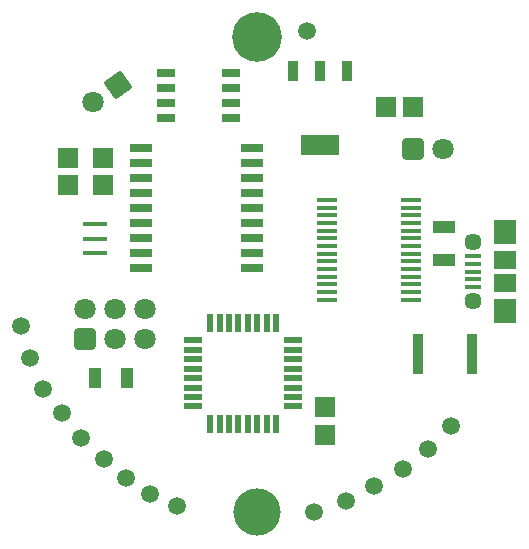
<source format=gts>
G04*
G04 #@! TF.GenerationSoftware,Altium Limited,Altium Designer,18.1.7 (191)*
G04*
G04 Layer_Color=8388736*
%FSLAX43Y43*%
%MOMM*%
G71*
G01*
G75*
%ADD14R,2.000X0.400*%
%ADD15R,1.870X1.030*%
%ADD16R,1.700X1.750*%
%ADD17R,0.850X3.430*%
%ADD18R,1.900X1.500*%
%ADD19R,1.350X0.400*%
%ADD20R,1.900X2.100*%
%ADD21R,0.500X1.500*%
%ADD22R,1.500X0.500*%
%ADD23R,3.200X1.750*%
%ADD24R,0.950X1.750*%
%ADD25R,1.800X0.400*%
%ADD26R,1.525X0.650*%
%ADD27R,1.850X0.650*%
%ADD28R,1.100X1.700*%
%ADD29R,1.750X1.700*%
%ADD30C,1.800*%
G04:AMPARAMS|DCode=31|XSize=1.8mm|YSize=1.8mm|CornerRadius=0.225mm|HoleSize=0mm|Usage=FLASHONLY|Rotation=215.000|XOffset=0mm|YOffset=0mm|HoleType=Round|Shape=RoundedRectangle|*
%AMROUNDEDRECTD31*
21,1,1.800,1.350,0,0,215.0*
21,1,1.350,1.800,0,0,215.0*
1,1,0.450,-0.940,0.166*
1,1,0.450,0.166,0.940*
1,1,0.450,0.940,-0.166*
1,1,0.450,-0.166,-0.940*
%
%ADD31ROUNDEDRECTD31*%
G04:AMPARAMS|DCode=32|XSize=1.8mm|YSize=1.8mm|CornerRadius=0.225mm|HoleSize=0mm|Usage=FLASHONLY|Rotation=0.000|XOffset=0mm|YOffset=0mm|HoleType=Round|Shape=RoundedRectangle|*
%AMROUNDEDRECTD32*
21,1,1.800,1.350,0,0,0.0*
21,1,1.350,1.800,0,0,0.0*
1,1,0.450,0.675,-0.675*
1,1,0.450,-0.675,-0.675*
1,1,0.450,-0.675,0.675*
1,1,0.450,0.675,0.675*
%
%ADD32ROUNDEDRECTD32*%
%ADD33C,1.450*%
%ADD34C,1.500*%
%ADD35C,4.000*%
%ADD36C,4.203*%
D14*
X129025Y68750D02*
D03*
Y69950D02*
D03*
Y71150D02*
D03*
D15*
X158575Y68103D02*
D03*
Y70943D02*
D03*
D16*
X155950Y81125D02*
D03*
X153650D02*
D03*
D17*
X156375Y60175D02*
D03*
X160975D02*
D03*
D18*
X163750Y68150D02*
D03*
Y66150D02*
D03*
D19*
X161050Y65850D02*
D03*
Y68450D02*
D03*
Y66500D02*
D03*
Y67800D02*
D03*
Y67150D02*
D03*
D20*
X163750Y70500D02*
D03*
Y63800D02*
D03*
D21*
X138769Y62787D02*
D03*
X139569D02*
D03*
X140369D02*
D03*
X141169D02*
D03*
X141969D02*
D03*
X142769D02*
D03*
X143569D02*
D03*
X144369D02*
D03*
Y54287D02*
D03*
X143569D02*
D03*
X142769D02*
D03*
X141969D02*
D03*
X141169D02*
D03*
X140369D02*
D03*
X139569D02*
D03*
X138769D02*
D03*
D22*
X145819Y61337D02*
D03*
Y60537D02*
D03*
Y59737D02*
D03*
Y58937D02*
D03*
Y58137D02*
D03*
Y57337D02*
D03*
Y56537D02*
D03*
Y55737D02*
D03*
X137319D02*
D03*
Y56537D02*
D03*
Y57337D02*
D03*
Y58137D02*
D03*
Y58937D02*
D03*
Y59737D02*
D03*
Y60537D02*
D03*
Y61337D02*
D03*
D23*
X148050Y77850D02*
D03*
D24*
X145750Y84150D02*
D03*
X148050D02*
D03*
X150350D02*
D03*
D25*
X155800Y73225D02*
D03*
Y72575D02*
D03*
Y71925D02*
D03*
Y71275D02*
D03*
Y70625D02*
D03*
Y69975D02*
D03*
Y69325D02*
D03*
Y68675D02*
D03*
Y68025D02*
D03*
Y67375D02*
D03*
Y66725D02*
D03*
Y66075D02*
D03*
Y65425D02*
D03*
Y64775D02*
D03*
X148700D02*
D03*
Y65425D02*
D03*
Y66075D02*
D03*
Y66725D02*
D03*
Y67375D02*
D03*
Y68025D02*
D03*
Y68675D02*
D03*
Y69325D02*
D03*
Y69975D02*
D03*
Y70625D02*
D03*
Y71275D02*
D03*
Y71925D02*
D03*
Y72575D02*
D03*
Y73225D02*
D03*
D26*
X140499Y84005D02*
D03*
Y82735D02*
D03*
Y81465D02*
D03*
Y80195D02*
D03*
X135075D02*
D03*
Y81465D02*
D03*
Y82735D02*
D03*
Y84005D02*
D03*
D27*
X142300Y77605D02*
D03*
Y76335D02*
D03*
Y75065D02*
D03*
Y73795D02*
D03*
Y72525D02*
D03*
Y71255D02*
D03*
Y69985D02*
D03*
Y68715D02*
D03*
Y67445D02*
D03*
X132950D02*
D03*
Y68715D02*
D03*
Y69985D02*
D03*
Y71255D02*
D03*
Y72525D02*
D03*
Y73795D02*
D03*
Y75065D02*
D03*
Y76335D02*
D03*
Y77605D02*
D03*
D28*
X129050Y58137D02*
D03*
X131750D02*
D03*
D29*
X148525Y53350D02*
D03*
Y55650D02*
D03*
X129698Y74475D02*
D03*
Y76775D02*
D03*
X126773Y74450D02*
D03*
Y76750D02*
D03*
D30*
X128875Y81500D02*
D03*
X130725Y64015D02*
D03*
X133265D02*
D03*
Y61475D02*
D03*
X130725D02*
D03*
X128185Y64015D02*
D03*
X158490Y77575D02*
D03*
X163750Y70650D02*
D03*
Y63650D02*
D03*
D31*
X130956Y82957D02*
D03*
D32*
X128185Y61475D02*
D03*
X155950Y77575D02*
D03*
D33*
X161050Y64650D02*
D03*
Y69650D02*
D03*
D34*
X123550Y59850D02*
D03*
X122800Y62540D02*
D03*
X129775Y51269D02*
D03*
X124663Y57200D02*
D03*
X127875Y53075D02*
D03*
X126250Y55150D02*
D03*
X131625Y49675D02*
D03*
X133675Y48362D02*
D03*
X135947Y47300D02*
D03*
X147608Y46775D02*
D03*
X150275Y47725D02*
D03*
X152675Y49025D02*
D03*
X155075Y50450D02*
D03*
X157250Y52100D02*
D03*
X146950Y87500D02*
D03*
X159200Y54100D02*
D03*
D35*
X142779Y46775D02*
D03*
D36*
Y86994D02*
D03*
M02*

</source>
